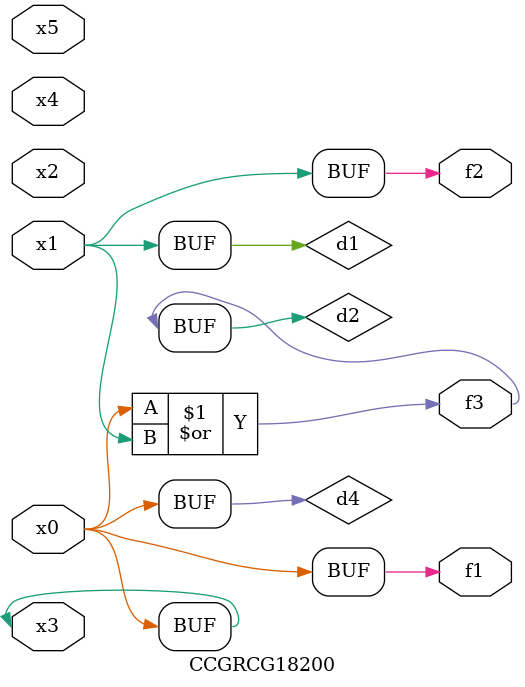
<source format=v>
module CCGRCG18200(
	input x0, x1, x2, x3, x4, x5,
	output f1, f2, f3
);

	wire d1, d2, d3, d4;

	and (d1, x1);
	or (d2, x0, x1);
	nand (d3, x0, x5);
	buf (d4, x0, x3);
	assign f1 = d4;
	assign f2 = d1;
	assign f3 = d2;
endmodule

</source>
